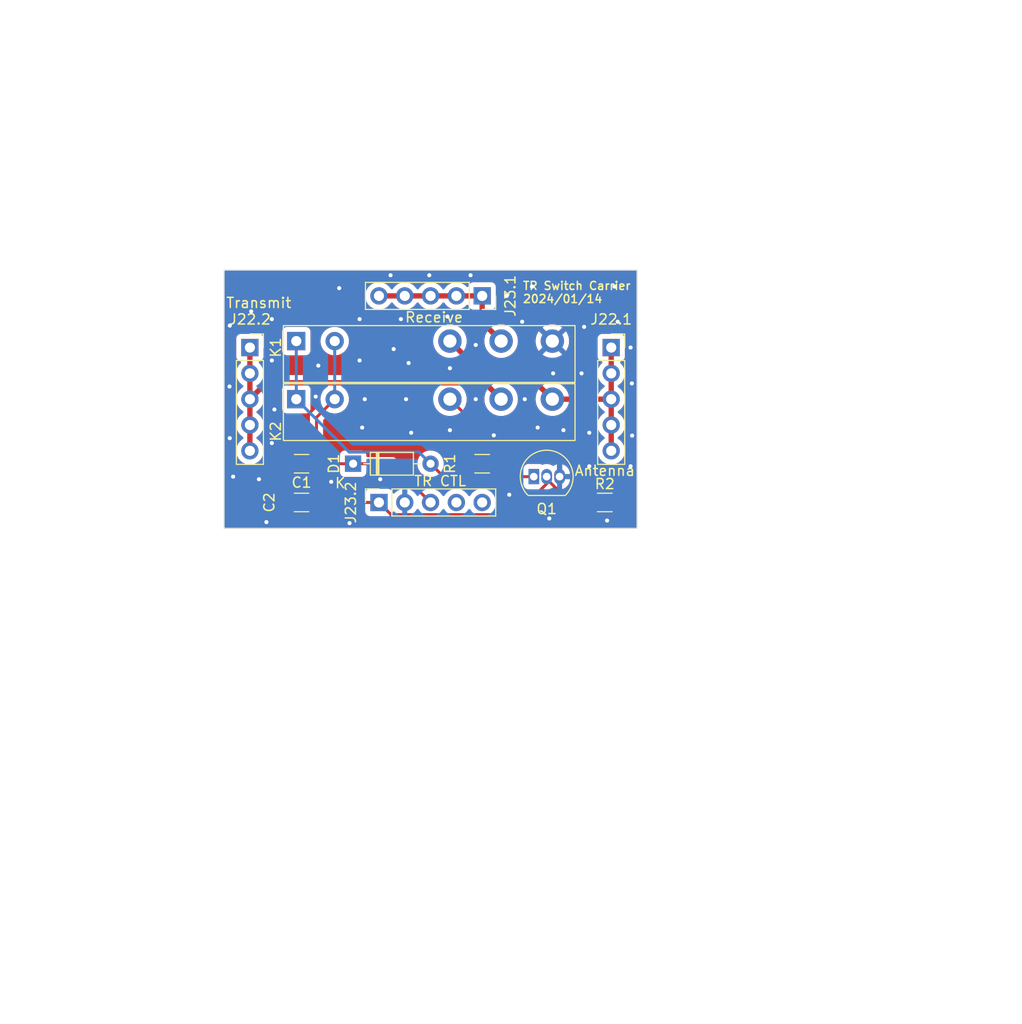
<source format=kicad_pcb>
(kicad_pcb (version 20240108) (generator "pcbnew") (generator_version "8.0")
  (layers (0 "F.Cu" signal) (31 "B.Cu" signal) (34 "B.Paste" user) (35 "F.Paste" user) (36 "B.SilkS" user "B.Silkscreen") (37 "F.SilkS" user "F.Silkscreen") (38 "B.Mask" user) (39 "F.Mask" user) (44 "Edge.Cuts" user))
  (net 0 "")
  (net 1 "GND")
  (net 2 "Net-(D1-K)")
  (net 3 "/TX")
  (net 4 "Net-(D1-A)")
  (net 5 "/ANT")
  (net 6 "Net-(J22.2-Pin_1)")
  (net 7 "Net-(J23.1-Pin_1)")
  (net 10 "Net-(K2-Pad12)")
  (footprint "Resistor_SMD:R_1206_3216Metric" (layer "F.Cu") (at 109.22 99.06)
    (property "Reference" "R2" (at 0 -1.82 0) (layer "F.SilkS"))
    (property "Value" "10k")
    (fp_line (start -0.727064 -0.91) (end 0.727064 -0.91) (stroke (width 0.12)) (layer "F.SilkS"))
    (fp_line (start -0.727064 0.91) (end 0.727064 0.91) (stroke (width 0.12)) (layer "F.SilkS"))
    (pad "1" smd roundrect (at -1.4625 0) (size 1.125 1.75) (layers "F.Cu" "F.Paste" "F.Mask") (roundrect_rratio 0.222222) (net 3 "/TX"))
    (pad "2" smd roundrect (at 1.4625 0) (size 1.125 1.75) (layers "F.Cu" "F.Paste" "F.Mask") (roundrect_rratio 0.222222) (net 1 "GND"))
  )
  (footprint "Resistor_SMD:R_1206_3216Metric" (layer "F.Cu") (at 97.155 95.25)
    (property "Reference" "R1" (at -3.175 0 90) (layer "F.SilkS"))
    (property "Value" "50R")
    (fp_line (start -0.727064 -0.91) (end 0.727064 -0.91) (stroke (width 0.12)) (layer "F.SilkS"))
    (fp_line (start -0.727064 0.91) (end 0.727064 0.91) (stroke (width 0.12)) (layer "F.SilkS"))
    (pad "1" smd roundrect (at -1.4625 0) (size 1.125 1.75) (layers "F.Cu" "F.Paste" "F.Mask") (roundrect_rratio 0.222222) (net 10 "Net-(K2-Pad12)"))
    (pad "2" smd roundrect (at 1.4625 0) (size 1.125 1.75) (layers "F.Cu" "F.Paste" "F.Mask") (roundrect_rratio 0.222222) (net 1 "GND"))
  )
  (footprint "T41_Library:Relay_SPDT_HF41F12-ZS" (layer "F.Cu") (at 78.86 88.9)
    (property "Reference" "K2" (at -2.025 3.175 -90) (layer "F.SilkS"))
    (property "Value" "HF41F/12-ZS")
    (fp_rect (start 27.432 -1.524) (end -1.27 4.064) (stroke (width 0.12)) (fill none) (layer "F.SilkS"))
    (pad "11" thru_hole circle (at 20.16 0 90) (size 2.3 2.3) (drill 1.3) (layers "*.Cu" "*.Mask") (net 6 "Net-(J22.2-Pin_1)"))
    (pad "12" thru_hole circle (at 15.12 0 90) (size 2.3 2.3) (drill 1.3) (layers "*.Cu" "*.Mask") (net 10 "Net-(K2-Pad12)"))
    (pad "14" thru_hole circle (at 25.2 0 90) (size 2.3 2.3) (drill 1.3) (layers "*.Cu" "*.Mask") (net 5 "/ANT"))
    (pad "A1" thru_hole rect (at 0 0 90) (size 1.8 1.8) (drill 1) (layers "*.Cu" "*.Mask") (net 4 "Net-(D1-A)"))
    (pad "A2" thru_hole circle (at 3.78 0 90) (size 1.8 1.8) (drill 1) (layers "*.Cu" "*.Mask") (net 2 "Net-(D1-K)"))
  )
  (footprint "Capacitor_SMD:C_1206_3216Metric" (layer "F.Cu") (at 79.375 95.25 180)
    (property "Reference" "C1" (at 0 -1.85 0) (layer "F.SilkS"))
    (property "Value" "0.1uF 50V")
    (fp_line (start -0.711252 0.91) (end 0.711252 0.91) (stroke (width 0.12)) (layer "F.SilkS"))
    (fp_line (start -0.711252 -0.91) (end 0.711252 -0.91) (stroke (width 0.12)) (layer "F.SilkS"))
    (pad "1" smd roundrect (at -1.475 0 180) (size 1.15 1.8) (layers "F.Cu" "F.Paste" "F.Mask") (roundrect_rratio 0.217391) (net 2 "Net-(D1-K)"))
    (pad "2" smd roundrect (at 1.475 0 180) (size 1.15 1.8) (layers "F.Cu" "F.Paste" "F.Mask") (roundrect_rratio 0.217391) (net 1 "GND"))
  )
  (footprint "Connector_PinSocket_2.54mm:PinSocket_1x05_P2.54mm_Vertical" (layer "F.Cu") (at 74.295 83.82)
    (property "Reference" "J22.2" (at 0 -2.77 0) (layer "F.SilkS"))
    (property "Value" "TRANSMIT")
    (fp_line (start -1.33 1.27) (end -1.33 11.49) (stroke (width 0.12)) (layer "F.SilkS"))
    (fp_line (start -1.33 1.27) (end 1.33 1.27) (stroke (width 0.12)) (layer "F.SilkS"))
    (fp_line (start -1.33 11.49) (end 1.33 11.49) (stroke (width 0.12)) (layer "F.SilkS"))
    (fp_line (start 0 -1.33) (end 1.33 -1.33) (stroke (width 0.12)) (layer "F.SilkS"))
    (fp_line (start 1.33 -1.33) (end 1.33 0) (stroke (width 0.12)) (layer "F.SilkS"))
    (fp_line (start 1.33 1.27) (end 1.33 11.49) (stroke (width 0.12)) (layer "F.SilkS"))
    (pad "1" thru_hole rect (at 0 0) (size 1.7 1.7) (drill 1) (layers "*.Cu" "*.Mask") (net 6 "Net-(J22.2-Pin_1)"))
    (pad "2" thru_hole oval (at 0 2.54) (size 1.7 1.7) (drill 1) (layers "*.Cu" "*.Mask") (net 6 "Net-(J22.2-Pin_1)"))
    (pad "3" thru_hole oval (at 0 5.08) (size 1.7 1.7) (drill 1) (layers "*.Cu" "*.Mask") (net 6 "Net-(J22.2-Pin_1)"))
    (pad "4" thru_hole oval (at 0 7.62) (size 1.7 1.7) (drill 1) (layers "*.Cu" "*.Mask") (net 6 "Net-(J22.2-Pin_1)"))
    (pad "5" thru_hole oval (at 0 10.16) (size 1.7 1.7) (drill 1) (layers "*.Cu" "*.Mask") (net 6 "Net-(J22.2-Pin_1)"))
  )
  (footprint "T41_Library:Relay_SPDT_HF41F12-ZS" (layer "F.Cu") (at 78.86 83.185)
    (property "Reference" "K1" (at -2.025 0.635 90) (layer "F.SilkS"))
    (property "Value" "HF41F/12-ZS")
    (fp_rect (start 27.432 -1.524) (end -1.27 4.064) (stroke (width 0.12)) (fill none) (layer "F.SilkS"))
    (pad "11" thru_hole circle (at 20.16 0 90) (size 2.3 2.3) (drill 1.3) (layers "*.Cu" "*.Mask") (net 7 "Net-(J23.1-Pin_1)"))
    (pad "12" thru_hole circle (at 15.12 0 90) (size 2.3 2.3) (drill 1.3) (layers "*.Cu" "*.Mask") (net 5 "/ANT"))
    (pad "14" thru_hole circle (at 25.2 0 90) (size 2.3 2.3) (drill 1.3) (layers "*.Cu" "*.Mask") (net 1 "GND"))
    (pad "A1" thru_hole rect (at 0 0 90) (size 1.8 1.8) (drill 1) (layers "*.Cu" "*.Mask") (net 4 "Net-(D1-A)"))
    (pad "A2" thru_hole circle (at 3.78 0 90) (size 1.8 1.8) (drill 1) (layers "*.Cu" "*.Mask") (net 2 "Net-(D1-K)"))
  )
  (footprint "Diode_THT:D_DO-35_SOD27_P7.62mm_Horizontal" (layer "F.Cu") (at 84.455 95.25)
    (property "Reference" "D1" (at -1.905 0 90) (layer "F.SilkS"))
    (property "Value" "1N4148")
    (fp_line (start 1.04 0) (end 1.69 0) (stroke (width 0.12)) (layer "F.SilkS"))
    (fp_line (start 1.69 -1.12) (end 1.69 1.12) (stroke (width 0.12)) (layer "F.SilkS"))
    (fp_line (start 1.69 1.12) (end 5.93 1.12) (stroke (width 0.12)) (layer "F.SilkS"))
    (fp_line (start 2.29 -1.12) (end 2.29 1.12) (stroke (width 0.12)) (layer "F.SilkS"))
    (fp_line (start 2.41 -1.12) (end 2.41 1.12) (stroke (width 0.12)) (layer "F.SilkS"))
    (fp_line (start 2.53 -1.12) (end 2.53 1.12) (stroke (width 0.12)) (layer "F.SilkS"))
    (fp_line (start 5.93 -1.12) (end 1.69 -1.12) (stroke (width 0.12)) (layer "F.SilkS"))
    (fp_line (start 5.93 1.12) (end 5.93 -1.12) (stroke (width 0.12)) (layer "F.SilkS"))
    (fp_line (start 6.58 0) (end 5.93 0) (stroke (width 0.12)) (layer "F.SilkS"))
    (fp_text user "K" (at -1.27 1.905 0) (layer "F.SilkS"))
    (pad "1" thru_hole rect (at 0 0) (size 1.6 1.6) (drill 0.8) (layers "*.Cu" "*.Mask") (net 2 "Net-(D1-K)"))
    (pad "2" thru_hole oval (at 7.62 0) (size 1.6 1.6) (drill 0.8) (layers "*.Cu" "*.Mask") (net 4 "Net-(D1-A)"))
  )
  (footprint "Capacitor_SMD:C_1206_3216Metric" (layer "F.Cu") (at 79.375 99.06 180)
    (property "Reference" "C2" (at 3.175 0 90) (layer "F.SilkS"))
    (property "Value" "0.1uF 50V")
    (fp_line (start -0.711252 0.91) (end 0.711252 0.91) (stroke (width 0.12)) (layer "F.SilkS"))
    (fp_line (start -0.711252 -0.91) (end 0.711252 -0.91) (stroke (width 0.12)) (layer "F.SilkS"))
    (pad "1" smd roundrect (at -1.475 0 180) (size 1.15 1.8) (layers "F.Cu" "F.Paste" "F.Mask") (roundrect_rratio 0.217391) (net 3 "/TX"))
    (pad "2" smd roundrect (at 1.475 0 180) (size 1.15 1.8) (layers "F.Cu" "F.Paste" "F.Mask") (roundrect_rratio 0.217391) (net 1 "GND"))
  )
  (footprint "Package_TO_SOT_THT:TO-92_Inline" (layer "F.Cu") (at 102.235 96.52)
    (property "Reference" "Q1" (at 1.27 3.175 0) (layer "F.SilkS"))
    (property "Value" "BS170")
    (fp_line (start -0.53 1.85) (end 3.07 1.85) (stroke (width 0.12)) (layer "F.SilkS"))
    (fp_arc (start -0.568478 1.838478) (mid -1.132087 -0.994977) (end 1.27 -2.6) (stroke (width 0.12)) (layer "F.SilkS"))
    (fp_arc (start 1.27 -2.6) (mid 3.672087 -0.994977) (end 3.108478 1.838478) (stroke (width 0.12)) (layer "F.SilkS"))
    (pad "1" thru_hole rect (at 0 0) (size 1.05 1.5) (drill 0.75) (layers "*.Cu" "*.Mask") (net 4 "Net-(D1-A)"))
    (pad "2" thru_hole oval (at 1.27 0) (size 1.05 1.5) (drill 0.75) (layers "*.Cu" "*.Mask") (net 3 "/TX"))
    (pad "3" thru_hole oval (at 2.54 0) (size 1.05 1.5) (drill 0.75) (layers "*.Cu" "*.Mask") (net 1 "GND"))
  )
  (footprint "Connector_PinSocket_2.54mm:PinSocket_1x05_P2.54mm_Vertical" (layer "F.Cu") (at 86.995 99.06 90)
    (property "Reference" "J23.2" (at 0 -2.77 90) (layer "F.SilkS"))
    (property "Value" "TR CTL")
    (fp_line (start 1.33 -1.33) (end 1.33 0) (stroke (width 0.12)) (layer "F.SilkS"))
    (fp_line (start 0 -1.33) (end 1.33 -1.33) (stroke (width 0.12)) (layer "F.SilkS"))
    (fp_line (start 1.33 1.27) (end 1.33 11.49) (stroke (width 0.12)) (layer "F.SilkS"))
    (fp_line (start -1.33 1.27) (end 1.33 1.27) (stroke (width 0.12)) (layer "F.SilkS"))
    (fp_line (start -1.33 1.27) (end -1.33 11.49) (stroke (width 0.12)) (layer "F.SilkS"))
    (fp_line (start -1.33 11.49) (end 1.33 11.49) (stroke (width 0.12)) (layer "F.SilkS"))
    (pad "1" thru_hole rect (at 0 0 90) (size 1.7 1.7) (drill 1) (layers "*.Cu" "*.Mask") (net 3 "/TX"))
    (pad "2" thru_hole oval (at 0 2.54 90) (size 1.7 1.7) (drill 1) (layers "*.Cu" "*.Mask") (net 1 "GND"))
    (pad "3" thru_hole oval (at 0 5.08 90) (size 1.7 1.7) (drill 1) (layers "*.Cu" "*.Mask") (net 2 "Net-(D1-K)"))
    (pad "4" thru_hole oval (at 0 7.62 90) (size 1.7 1.7) (drill 1) (layers "*.Cu" "*.Mask"))
    (pad "5" thru_hole oval (at 0 10.16 90) (size 1.7 1.7) (drill 1) (layers "*.Cu" "*.Mask"))
  )
  (footprint "Connector_PinSocket_2.54mm:PinSocket_1x05_P2.54mm_Vertical" (layer "F.Cu") (at 97.155 78.74 -90)
    (property "Reference" "J23.1" (at 0 -2.77 -90) (layer "F.SilkS"))
    (property "Value" "RECEIVE")
    (fp_line (start -1.33 11.49) (end 1.33 11.49) (stroke (width 0.12)) (layer "F.SilkS"))
    (fp_line (start -1.33 1.27) (end -1.33 11.49) (stroke (width 0.12)) (layer "F.SilkS"))
    (fp_line (start -1.33 1.27) (end 1.33 1.27) (stroke (width 0.12)) (layer "F.SilkS"))
    (fp_line (start 1.33 1.27) (end 1.33 11.49) (stroke (width 0.12)) (layer "F.SilkS"))
    (fp_line (start 0 -1.33) (end 1.33 -1.33) (stroke (width 0.12)) (layer "F.SilkS"))
    (fp_line (start 1.33 -1.33) (end 1.33 0) (stroke (width 0.12)) (layer "F.SilkS"))
    (pad "1" thru_hole rect (at 0 0 270) (size 1.7 1.7) (drill 1) (layers "*.Cu" "*.Mask") (net 7 "Net-(J23.1-Pin_1)"))
    (pad "2" thru_hole oval (at 0 2.54 270) (size 1.7 1.7) (drill 1) (layers "*.Cu" "*.Mask") (net 7 "Net-(J23.1-Pin_1)"))
    (pad "3" thru_hole oval (at 0 5.08 270) (size 1.7 1.7) (drill 1) (layers "*.Cu" "*.Mask") (net 7 "Net-(J23.1-Pin_1)"))
    (pad "4" thru_hole oval (at 0 7.62 270) (size 1.7 1.7) (drill 1) (layers "*.Cu" "*.Mask") (net 7 "Net-(J23.1-Pin_1)"))
    (pad "5" thru_hole oval (at 0 10.16 270) (size 1.7 1.7) (drill 1) (layers "*.Cu" "*.Mask") (net 7 "Net-(J23.1-Pin_1)"))
  )
  (footprint "Connector_PinSocket_2.54mm:PinSocket_1x05_P2.54mm_Vertical" (layer "F.Cu") (at 109.855 83.82)
    (property "Reference" "J22.1" (at 0 -2.77 180) (layer "F.SilkS"))
    (property "Value" "ANTENNA")
    (fp_line (start -1.33 1.27) (end -1.33 11.49) (stroke (width 0.12)) (layer "F.SilkS"))
    (fp_line (start -1.33 1.27) (end 1.33 1.27) (stroke (width 0.12)) (layer "F.SilkS"))
    (fp_line (start -1.33 11.49) (end 1.33 11.49) (stroke (width 0.12)) (layer "F.SilkS"))
    (fp_line (start 0 -1.33) (end 1.33 -1.33) (stroke (width 0.12)) (layer "F.SilkS"))
    (fp_line (start 1.33 -1.33) (end 1.33 0) (stroke (width 0.12)) (layer "F.SilkS"))
    (fp_line (start 1.33 1.27) (end 1.33 11.49) (stroke (width 0.12)) (layer "F.SilkS"))
    (pad "1" thru_hole rect (at 0 0) (size 1.7 1.7) (drill 1) (layers "*.Cu" "*.Mask") (net 5 "/ANT"))
    (pad "2" thru_hole oval (at 0 2.54) (size 1.7 1.7) (drill 1) (layers "*.Cu" "*.Mask") (net 5 "/ANT"))
    (pad "3" thru_hole oval (at 0 5.08) (size 1.7 1.7) (drill 1) (layers "*.Cu" "*.Mask") (net 5 "/ANT"))
    (pad "4" thru_hole oval (at 0 7.62) (size 1.7 1.7) (drill 1) (layers "*.Cu" "*.Mask") (net 5 "/ANT"))
    (pad "5" thru_hole oval (at 0 10.16) (size 1.7 1.7) (drill 1) (layers "*.Cu" "*.Mask") (net 5 "/ANT"))
  )
  (gr_rect (start 71.755 76.2) (end 112.395 101.6) (stroke (width 0.1)) (fill none) (layer "Edge.Cuts"))
  (gr_text "Transmit" (at 71.882 80.01 0) (layer "F.SilkS") (effects (font (size 1 1)) (justify left bottom)))
  (gr_text "Receive" (at 89.4842 81.4324 0) (layer "F.SilkS") (effects (font (size 1 1)) (justify left bottom)))
  (gr_text "Antenna" (at 106.172 96.52 0) (layer "F.SilkS") (effects (font (size 1 1)) (justify left bottom)))
  (gr_text "TR CTL" (at 90.3732 97.536 0) (layer "F.SilkS") (effects (font (size 1 1)) (justify left bottom)))
  (gr_text "TR Switch Carrier\n2024/01/14" (at 101.092 79.502 0) (layer "F.SilkS") (effects (font (size 0.8 0.8)) (justify left bottom)))
  (via (at 102.616 91.694) (size 0.8) (drill 0.4) (layers "F.Cu" "B.Cu") (net 1))
  (via (at 76.454 81.026) (size 0.8) (drill 0.4) (layers "F.Cu" "B.Cu") (net 1))
  (via (at 107.696 92.202) (size 0.8) (drill 0.4) (layers "F.Cu" "B.Cu") (net 1))
  (via (at 110.49 81.28) (size 0.8) (drill 0.4) (layers "F.Cu" "B.Cu") (net 1))
  (via (at 84.0994 101.092) (size 0.8) (drill 0.4) (layers "F.Cu" "B.Cu") (net 1))
  (via (at 82.296 97.028) (size 0.8) (drill 0.4) (layers "F.Cu" "B.Cu") (net 1))
  (via (at 107.188 81.788) (size 0.8) (drill 0.4) (layers "F.Cu" "B.Cu") (net 1))
  (via (at 96.52 83.566) (size 0.8) (drill 0.4) (layers "F.Cu" "B.Cu") (net 1))
  (via (at 99.822 98.298) (size 0.8) (drill 0.4) (layers "F.Cu" "B.Cu") (net 1))
  (via (at 74.422 80.264) (size 0.8) (drill 0.4) (layers "F.Cu" "B.Cu") (net 1))
  (via (at 88.138 76.708) (size 0.8) (drill 0.4) (layers "F.Cu" "B.Cu") (net 1))
  (via (at 87.122 96.774) (size 0.8) (drill 0.4) (layers "F.Cu" "B.Cu") (net 1))
  (via (at 101.092 81.28) (size 0.8) (drill 0.4) (layers "F.Cu" "B.Cu") (net 1))
  (via (at 107.696 95.504) (size 0.8) (drill 0.4) (layers "F.Cu" "B.Cu") (net 1))
  (via (at 96.52 88.9) (size 0.8) (drill 0.4) (layers "F.Cu" "B.Cu") (net 1))
  (via (at 85.09 85.09) (size 0.8) (drill 0.4) (layers "F.Cu" "B.Cu") (net 1))
  (via (at 80.772 88.646) (size 0.8) (drill 0.4) (layers "F.Cu" "B.Cu") (net 1))
  (via (at 81.026 85.598) (size 0.8) (drill 0.4) (layers "F.Cu" "B.Cu") (net 1))
  (via (at 91.948 76.708) (size 0.8) (drill 0.4) (layers "F.Cu" "B.Cu") (net 1))
  (via (at 83.0834 77.978) (size 0.8) (drill 0.4) (layers "F.Cu" "B.Cu") (net 1))
  (via (at 85.09 81.026) (size 0.8) (drill 0.4) (layers "F.Cu" "B.Cu") (net 1))
  (via (at 76.454 93.218) (size 0.8) (drill 0.4) (layers "F.Cu" "B.Cu") (net 1))
  (via (at 72.2884 87.6554) (size 0.8) (drill 0.4) (layers "F.Cu" "B.Cu") (net 1))
  (via (at 110.1852 77.8256) (size 0.8) (drill 0.4) (layers "F.Cu" "B.Cu") (net 1))
  (via (at 99.568 78.74) (size 0.8) (drill 0.4) (layers "F.Cu" "B.Cu") (net 1))
  (via (at 89.916 85.344) (size 0.8) (drill 0.4) (layers "F.Cu" "B.Cu") (net 1))
  (via (at 88.4428 83.9724) (size 0.8) (drill 0.4) (layers "F.Cu" "B.Cu") (net 1))
  (via (at 89.662 88.9) (size 0.8) (drill 0.4) (layers "F.Cu" "B.Cu") (net 1))
  (via (at 111.76 95.504) (size 0.8) (drill 0.4) (layers "F.Cu" "B.Cu") (net 1))
  (via (at 111.887 87.3506) (size 0.8) (drill 0.4) (layers "F.Cu" "B.Cu") (net 1))
  (via (at 93.98 85.852) (size 0.8) (drill 0.4) (layers "F.Cu" "B.Cu") (net 1))
  (via (at 111.9124 92.4814) (size 0.8) (drill 0.4) (layers "F.Cu" "B.Cu") (net 1))
  (via (at 103.759 100.6348) (size 0.8) (drill 0.4) (layers "F.Cu" "B.Cu") (net 1))
  (via (at 109.4486 100.838) (size 0.8) (drill 0.4) (layers "F.Cu" "B.Cu") (net 1))
  (via (at 104.14 86.36) (size 0.8) (drill 0.4) (layers "F.Cu" "B.Cu") (net 1))
  (via (at 93.726 80.772) (size 0.8) (drill 0.4) (layers "F.Cu" "B.Cu") (net 1))
  (via (at 101.346 88.9) (size 0.8) (drill 0.4) (layers "F.Cu" "B.Cu") (net 1))
  (via (at 102.0572 77.8256) (size 0.8) (drill 0.4) (layers "F.Cu" "B.Cu") (net 1))
  (via (at 111.76 83.82) (size 0.8) (drill 0.4) (layers "F.Cu" "B.Cu") (net 1))
  (via (at 98.298 92.456) (size 0.8) (drill 0.4) (layers "F.Cu" "B.Cu") (net 1))
  (via (at 85.344 91.694) (size 0.8) (drill 0.4) (layers "F.Cu" "B.Cu") (net 1))
  (via (at 72.3138 92.7354) (size 0.8) (drill 0.4) (layers "F.Cu" "B.Cu") (net 1))
  (via (at 106.934 86.36) (size 0.8) (drill 0.4) (layers "F.Cu" "B.Cu") (net 1))
  (via (at 75.184 96.774) (size 0.8) (drill 0.4) (layers "F.Cu" "B.Cu") (net 1))
  (via (at 72.3138 81.661) (size 0.8) (drill 0.4) (layers "F.Cu" "B.Cu") (net 1))
  (via (at 89.154 81.026) (size 0.8) (drill 0.4) (layers "F.Cu" "B.Cu") (net 1))
  (via (at 105.156 91.948) (size 0.8) (drill 0.4) (layers "F.Cu" "B.Cu") (net 1))
  (via (at 72.644 96.52) (size 0.8) (drill 0.4) (layers "F.Cu" "B.Cu") (net 1))
  (via (at 93.98 91.948) (size 0.8) (drill 0.4) (layers "F.Cu" "B.Cu") (net 1))
  (via (at 96.012 76.708) (size 0.8) (drill 0.4) (layers "F.Cu" "B.Cu") (net 1))
  (via (at 75.9206 100.9904) (size 0.8) (drill 0.4) (layers "F.Cu" "B.Cu") (net 1))
  (via (at 76.454 85.09) (size 0.8) (drill 0.4) (layers "F.Cu" "B.Cu") (net 1))
  (via (at 85.598 88.9) (size 0.8) (drill 0.4) (layers "F.Cu" "B.Cu") (net 1))
  (via (at 90.17 92.202) (size 0.8) (drill 0.4) (layers "F.Cu" "B.Cu") (net 1))
  (via (at 76.708 89.916) (size 0.8) (drill 0.4) (layers "F.Cu" "B.Cu") (net 1))
  (segment (start 80.85 90.69) (end 82.64 88.9) (width 0.293) (layer "F.Cu") (net 2))
  (segment (start 88.265 95.25) (end 84.455 95.25) (width 0.293) (layer "F.Cu") (net 2))
  (segment (start 92.075 99.06) (end 88.265 95.25) (width 0.293) (layer "F.Cu") (net 2))
  (segment (start 80.85 95.25) (end 80.85 90.69) (width 0.293) (layer "F.Cu") (net 2))
  (segment (start 80.85 95.25) (end 84.455 95.25) (width 0.293) (layer "F.Cu") (net 2))
  (segment (start 82.64 83.185) (end 82.64 88.9) (width 0.293) (layer "B.Cu") (net 2))
  (segment (start 107.7575 99.06) (end 105.82 99.06) (width 0.293) (layer "F.Cu") (net 3))
  (segment (start 103.505 96.745) (end 103.505 96.52) (width 0.293) (layer "F.Cu") (net 3))
  (segment (start 100.4665 100.2565) (end 103.505 97.218) (width 0.293) (layer "F.Cu") (net 3))
  (segment (start 103.505 97.218) (end 103.505 96.52) (width 0.293) (layer "F.Cu") (net 3))
  (segment (start 80.85 99.06) (end 86.995 99.06) (width 0.293) (layer "F.Cu") (net 3))
  (segment (start 88.1915 100.2565) (end 100.4665 100.2565) (width 0.293) (layer "F.Cu") (net 3))
  (segment (start 105.82 99.06) (end 103.505 96.745) (width 0.293) (layer "F.Cu") (net 3))
  (segment (start 86.995 99.06) (end 88.1915 100.2565) (width 0.293) (layer "F.Cu") (net 3))
  (segment (start 92.075 95.25) (end 93.345 96.52) (width 0.293) (layer "F.Cu") (net 4))
  (segment (start 93.345 96.52) (end 102.235 96.52) (width 0.293) (layer "F.Cu") (net 4))
  (segment (start 84.0635 94.1035) (end 78.86 88.9) (width 0.293) (layer "B.Cu") (net 4))
  (segment (start 92.075 95.25) (end 90.9285 94.1035) (width 0.293) (layer "B.Cu") (net 4))
  (segment (start 90.9285 94.1035) (end 84.0635 94.1035) (width 0.293) (layer "B.Cu") (net 4))
  (segment (start 78.86 88.9) (end 78.86 83.185) (width 0.293) (layer "B.Cu") (net 4))
  (segment (start 96.5708 85.7758) (end 93.98 83.185) (width 0.525) (layer "F.Cu") (net 5))
  (segment (start 104.06 88.9) (end 100.9358 85.7758) (width 0.525) (layer "F.Cu") (net 5))
  (segment (start 109.855 83.82) (end 109.855 86.36) (width 0.525) (layer "F.Cu") (net 5))
  (segment (start 109.855 86.36) (end 109.855 88.9) (width 0.525) (layer "F.Cu") (net 5))
  (segment (start 104.06 88.9) (end 109.855 88.9) (width 0.525) (layer "F.Cu") (net 5))
  (segment (start 109.855 88.9) (end 109.855 91.44) (width 0.525) (layer "F.Cu") (net 5))
  (segment (start 100.9358 85.7758) (end 96.5708 85.7758) (width 0.525) (layer "F.Cu") (net 5))
  (segment (start 109.855 91.44) (end 109.855 93.98) (width 0.525) (layer "F.Cu") (net 5))
  (segment (start 74.295 88.9) (end 74.295 91.44) (width 0.525) (layer "F.Cu") (net 6))
  (segment (start 97.4075 87.2875) (end 99.02 88.9) (width 0.525) (layer "F.Cu") (net 6))
  (segment (start 75.9075 87.2875) (end 97.4075 87.2875) (width 0.525) (layer "F.Cu") (net 6))
  (segment (start 74.295 88.9) (end 75.9075 87.2875) (width 0.525) (layer "F.Cu") (net 6))
  (segment (start 74.295 91.44) (end 74.295 93.98) (width 0.525) (layer "F.Cu") (net 6))
  (segment (start 74.295 86.36) (end 74.295 88.9) (width 0.525) (layer "F.Cu") (net 6))
  (segment (start 74.295 83.82) (end 74.295 86.36) (width 0.525) (layer "F.Cu") (net 6))
  (segment (start 94.615 78.74) (end 97.155 78.74) (width 0.525) (layer "F.Cu") (net 7))
  (segment (start 97.155 81.32) (end 99.02 83.185) (width 0.525) (layer "F.Cu") (net 7))
  (segment (start 89.535 78.74) (end 92.075 78.74) (width 0.525) (layer "F.Cu") (net 7))
  (segment (start 86.995 78.74) (end 89.535 78.74) (width 0.525) (layer "F.Cu") (net 7))
  (segment (start 92.075 78.74) (end 94.615 78.74) (width 0.525) (layer "F.Cu") (net 7))
  (segment (start 97.155 78.74) (end 97.155 81.32) (width 0.525) (layer "F.Cu") (net 7))
  (segment (start 95.6925 95.25) (end 95.6925 90.6125) (width 0.293) (layer "F.Cu") (net 10))
  (segment (start 95.6925 90.6125) (end 93.98 88.9) (width 0.293) (layer "F.Cu") (net 10))
  (zone (net 1) (net_name "GND") (layers "F&B.Cu") (connect_pads (clearance 0.5)) (min_thickness 0.25) (fill yes (thermal_gap 0.5) (thermal_bridge_width 0.5))
    (polygon (pts (xy 71.755 76.2) (xy 112.395 76.2) (xy 112.395 101.6) (xy 71.755 101.6)))
  )
)
</source>
